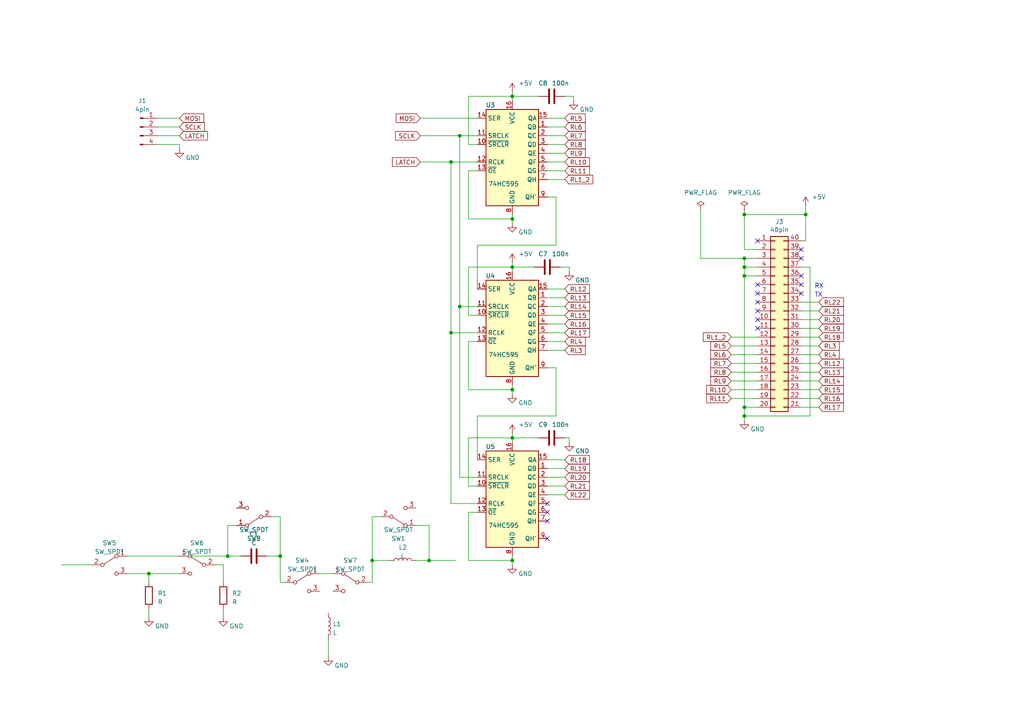
<source format=kicad_sch>
(kicad_sch (version 20230121) (generator eeschema)
  (paper "A4")
  (lib_symbols
    (symbol "74xx:74HC595"
      (property "Reference" "U" (at -7.62 13.97 0))
      (property "Value" "74HC595" (at -7.62 -16.51 0))
      (symbol "74HC595_1_0"
        (pin tri_state line (at 10.16 7.62 180) (length 2.54) (name "QB") (number "1"))
        (pin input line (at -10.16 2.54 0) (length 2.54) (name "~{SRCLR}") (number "10"))
        (pin input line (at -10.16 5.08 0) (length 2.54) (name "SRCLK") (number "11"))
        (pin input line (at -10.16 -2.54 0) (length 2.54) (name "RCLK") (number "12"))
        (pin input line (at -10.16 -5.08 0) (length 2.54) (name "~{OE}") (number "13"))
        (pin input line (at -10.16 10.16 0) (length 2.54) (name "SER") (number "14"))
        (pin tri_state line (at 10.16 10.16 180) (length 2.54) (name "QA") (number "15"))
        (pin power_in line (at 0 15.24 270) (length 2.54) (name "VCC") (number "16"))
        (pin tri_state line (at 10.16 5.08 180) (length 2.54) (name "QC") (number "2"))
        (pin tri_state line (at 10.16 2.54 180) (length 2.54) (name "QD") (number "3"))
        (pin tri_state line (at 10.16 0 180) (length 2.54) (name "QE") (number "4"))
        (pin tri_state line (at 10.16 -2.54 180) (length 2.54) (name "QF") (number "5"))
        (pin tri_state line (at 10.16 -5.08 180) (length 2.54) (name "QG") (number "6"))
        (pin tri_state line (at 10.16 -7.62 180) (length 2.54) (name "QH") (number "7"))
        (pin power_in line (at 0 -17.78 90) (length 2.54) (name "GND") (number "8"))
        (pin output line (at 10.16 -12.7 180) (length 2.54) (name "QH'") (number "9"))
      )
      (symbol "74HC595_1_1"
        (rectangle (start -7.62 12.7) (end 7.62 -15.24) (stroke (width 0.254)) (fill (type background)))
      )
    )
    (symbol "Connector:Conn_01x04_Male" (pin_names (offset 1.016) hide)
      (property "Reference" "J" (at 0 5.08 0))
      (property "Value" "Conn_01x04_Male" (at 0 -7.62 0))
      (symbol "Conn_01x04_Male_1_1"
        (polyline (pts (xy 1.27 -5.08) (xy 0.8636 -5.08)) (stroke (width 0.1524)))
        (polyline (pts (xy 1.27 -2.54) (xy 0.8636 -2.54)) (stroke (width 0.1524)))
        (polyline (pts (xy 1.27 0) (xy 0.8636 0)) (stroke (width 0.1524)))
        (polyline (pts (xy 1.27 2.54) (xy 0.8636 2.54)) (stroke (width 0.1524)))
        (rectangle (start 0.8636 -4.953) (end 0 -5.207) (stroke (width 0.1524)) (fill (type outline)))
        (rectangle (start 0.8636 -2.413) (end 0 -2.667) (stroke (width 0.1524)) (fill (type outline)))
        (rectangle (start 0.8636 0.127) (end 0 -0.127) (stroke (width 0.1524)) (fill (type outline)))
        (rectangle (start 0.8636 2.667) (end 0 2.413) (stroke (width 0.1524)) (fill (type outline)))
        (pin passive line (at 5.08 2.54 180) (length 3.81) (name "Pin_1") (number "1"))
        (pin passive line (at 5.08 0 180) (length 3.81) (name "Pin_2") (number "2"))
        (pin passive line (at 5.08 -2.54 180) (length 3.81) (name "Pin_3") (number "3"))
        (pin passive line (at 5.08 -5.08 180) (length 3.81) (name "Pin_4") (number "4"))
      )
    )
    (symbol "Connector_Generic:Conn_02x20_Counter_Clockwise" (pin_names (offset 1.016) hide)
      (property "Reference" "J" (at 1.27 25.4 0))
      (property "Value" "Conn_02x20_Counter_Clockwise" (at 1.27 -27.94 0))
      (symbol "Conn_02x20_Counter_Clockwise_1_1"
        (rectangle (start -1.27 -25.273) (end 0 -25.527) (stroke (width 0.1524)))
        (rectangle (start -1.27 -22.733) (end 0 -22.987) (stroke (width 0.1524)))
        (rectangle (start -1.27 -20.193) (end 0 -20.447) (stroke (width 0.1524)))
        (rectangle (start -1.27 -17.653) (end 0 -17.907) (stroke (width 0.1524)))
        (rectangle (start -1.27 -15.113) (end 0 -15.367) (stroke (width 0.1524)))
        (rectangle (start -1.27 -12.573) (end 0 -12.827) (stroke (width 0.1524)))
        (rectangle (start -1.27 -10.033) (end 0 -10.287) (stroke (width 0.1524)))
        (rectangle (start -1.27 -7.493) (end 0 -7.747) (stroke (width 0.1524)))
        (rectangle (start -1.27 -4.953) (end 0 -5.207) (stroke (width 0.1524)))
        (rectangle (start -1.27 -2.413) (end 0 -2.667) (stroke (width 0.1524)))
        (rectangle (start -1.27 0.127) (end 0 -0.127) (stroke (width 0.1524)))
        (rectangle (start -1.27 2.667) (end 0 2.413) (stroke (width 0.1524)))
        (rectangle (start -1.27 5.207) (end 0 4.953) (stroke (width 0.1524)))
        (rectangle (start -1.27 7.747) (end 0 7.493) (stroke (width 0.1524)))
        (rectangle (start -1.27 10.287) (end 0 10.033) (stroke (width 0.1524)))
        (rectangle (start -1.27 12.827) (end 0 12.573) (stroke (width 0.1524)))
        (rectangle (start -1.27 15.367) (end 0 15.113) (stroke (width 0.1524)))
        (rectangle (start -1.27 17.907) (end 0 17.653) (stroke (width 0.1524)))
        (rectangle (start -1.27 20.447) (end 0 20.193) (stroke (width 0.1524)))
        (rectangle (start -1.27 22.987) (end 0 22.733) (stroke (width 0.1524)))
        (rectangle (start -1.27 24.13) (end 3.81 -26.67) (stroke (width 0.254)) (fill (type background)))
        (rectangle (start 3.81 -25.273) (end 2.54 -25.527) (stroke (width 0.1524)))
        (rectangle (start 3.81 -22.733) (end 2.54 -22.987) (stroke (width 0.1524)))
        (rectangle (start 3.81 -20.193) (end 2.54 -20.447) (stroke (width 0.1524)))
        (rectangle (start 3.81 -17.653) (end 2.54 -17.907) (stroke (width 0.1524)))
        (rectangle (start 3.81 -15.113) (end 2.54 -15.367) (stroke (width 0.1524)))
        (rectangle (start 3.81 -12.573) (end 2.54 -12.827) (stroke (width 0.1524)))
        (rectangle (start 3.81 -10.033) (end 2.54 -10.287) (stroke (width 0.1524)))
        (rectangle (start 3.81 -7.493) (end 2.54 -7.747) (stroke (width 0.1524)))
        (rectangle (start 3.81 -4.953) (end 2.54 -5.207) (stroke (width 0.1524)))
        (rectangle (start 3.81 -2.413) (end 2.54 -2.667) (stroke (width 0.1524)))
        (rectangle (start 3.81 0.127) (end 2.54 -0.127) (stroke (width 0.1524)))
        (rectangle (start 3.81 2.667) (end 2.54 2.413) (stroke (width 0.1524)))
        (rectangle (start 3.81 5.207) (end 2.54 4.953) (stroke (width 0.1524)))
        (rectangle (start 3.81 7.747) (end 2.54 7.493) (stroke (width 0.1524)))
        (rectangle (start 3.81 10.287) (end 2.54 10.033) (stroke (width 0.1524)))
        (rectangle (start 3.81 12.827) (end 2.54 12.573) (stroke (width 0.1524)))
        (rectangle (start 3.81 15.367) (end 2.54 15.113) (stroke (width 0.1524)))
        (rectangle (start 3.81 17.907) (end 2.54 17.653) (stroke (width 0.1524)))
        (rectangle (start 3.81 20.447) (end 2.54 20.193) (stroke (width 0.1524)))
        (rectangle (start 3.81 22.987) (end 2.54 22.733) (stroke (width 0.1524)))
        (pin passive line (at -5.08 22.86 0) (length 3.81) (name "Pin_1") (number "1"))
        (pin passive line (at -5.08 0 0) (length 3.81) (name "Pin_10") (number "10"))
        (pin passive line (at -5.08 -2.54 0) (length 3.81) (name "Pin_11") (number "11"))
        (pin passive line (at -5.08 -5.08 0) (length 3.81) (name "Pin_12") (number "12"))
        (pin passive line (at -5.08 -7.62 0) (length 3.81) (name "Pin_13") (number "13"))
        (pin passive line (at -5.08 -10.16 0) (length 3.81) (name "Pin_14") (number "14"))
        (pin passive line (at -5.08 -12.7 0) (length 3.81) (name "Pin_15") (number "15"))
        (pin passive line (at -5.08 -15.24 0) (length 3.81) (name "Pin_16") (number "16"))
        (pin passive line (at -5.08 -17.78 0) (length 3.81) (name "Pin_17") (number "17"))
        (pin passive line (at -5.08 -20.32 0) (length 3.81) (name "Pin_18") (number "18"))
        (pin passive line (at -5.08 -22.86 0) (length 3.81) (name "Pin_19") (number "19"))
        (pin passive line (at -5.08 20.32 0) (length 3.81) (name "Pin_2") (number "2"))
        (pin passive line (at -5.08 -25.4 0) (length 3.81) (name "Pin_20") (number "20"))
        (pin passive line (at 7.62 -25.4 180) (length 3.81) (name "Pin_21") (number "21"))
        (pin passive line (at 7.62 -22.86 180) (length 3.81) (name "Pin_22") (number "22"))
        (pin passive line (at 7.62 -20.32 180) (length 3.81) (name "Pin_23") (number "23"))
        (pin passive line (at 7.62 -17.78 180) (length 3.81) (name "Pin_24") (number "24"))
        (pin passive line (at 7.62 -15.24 180) (length 3.81) (name "Pin_25") (number "25"))
        (pin passive line (at 7.62 -12.7 180) (length 3.81) (name "Pin_26") (number "26"))
        (pin passive line (at 7.62 -10.16 180) (length 3.81) (name "Pin_27") (number "27"))
        (pin passive line (at 7.62 -7.62 180) (length 3.81) (name "Pin_28") (number "28"))
        (pin passive line (at 7.62 -5.08 180) (length 3.81) (name "Pin_29") (number "29"))
        (pin passive line (at -5.08 17.78 0) (length 3.81) (name "Pin_3") (number "3"))
        (pin passive line (at 7.62 -2.54 180) (length 3.81) (name "Pin_30") (number "30"))
        (pin passive line (at 7.62 0 180) (length 3.81) (name "Pin_31") (number "31"))
        (pin passive line (at 7.62 2.54 180) (length 3.81) (name "Pin_32") (number "32"))
        (pin passive line (at 7.62 5.08 180) (length 3.81) (name "Pin_33") (number "33"))
        (pin passive line (at 7.62 7.62 180) (length 3.81) (name "Pin_34") (number "34"))
        (pin passive line (at 7.62 10.16 180) (length 3.81) (name "Pin_35") (number "35"))
        (pin passive line (at 7.62 12.7 180) (length 3.81) (name "Pin_36") (number "36"))
        (pin passive line (at 7.62 15.24 180) (length 3.81) (name "Pin_37") (number "37"))
        (pin passive line (at 7.62 17.78 180) (length 3.81) (name "Pin_38") (number "38"))
        (pin passive line (at 7.62 20.32 180) (length 3.81) (name "Pin_39") (number "39"))
        (pin passive line (at -5.08 15.24 0) (length 3.81) (name "Pin_4") (number "4"))
        (pin passive line (at 7.62 22.86 180) (length 3.81) (name "Pin_40") (number "40"))
        (pin passive line (at -5.08 12.7 0) (length 3.81) (name "Pin_5") (number "5"))
        (pin passive line (at -5.08 10.16 0) (length 3.81) (name "Pin_6") (number "6"))
        (pin passive line (at -5.08 7.62 0) (length 3.81) (name "Pin_7") (number "7"))
        (pin passive line (at -5.08 5.08 0) (length 3.81) (name "Pin_8") (number "8"))
        (pin passive line (at -5.08 2.54 0) (length 3.81) (name "Pin_9") (number "9"))
      )
    )
    (symbol "Device:C" (pin_numbers hide) (pin_names (offset 0.254))
      (property "Reference" "C" (at 0.635 2.54 0))
      (property "Value" "C" (at 0.635 -2.54 0))
      (symbol "C_0_1"
        (polyline (pts (xy -2.032 -0.762) (xy 2.032 -0.762)) (stroke (width 0.508)))
        (polyline (pts (xy -2.032 0.762) (xy 2.032 0.762)) (stroke (width 0.508)))
      )
      (symbol "C_1_1"
        (pin passive line (at 0 3.81 270) (length 2.794) (name "~") (number "1"))
        (pin passive line (at 0 -3.81 90) (length 2.794) (name "~") (number "2"))
      )
    )
    (symbol "Device:L" (pin_numbers hide) (pin_names (offset 1.016) hide)
      (property "Reference" "L" (at -1.27 0 90))
      (property "Value" "L" (at 1.905 0 90))
      (symbol "L_0_1"
        (arc (start 0 -2.54) (mid 0.6323 -1.905) (end 0 -1.27))
        (arc (start 0 -1.27) (mid 0.6323 -0.635) (end 0 0))
        (arc (start 0 0) (mid 0.6323 0.635) (end 0 1.27))
        (arc (start 0 1.27) (mid 0.6323 1.905) (end 0 2.54))
      )
      (symbol "L_1_1"
        (pin passive line (at 0 3.81 270) (length 1.27) (name "1") (number "1"))
        (pin passive line (at 0 -3.81 90) (length 1.27) (name "2") (number "2"))
      )
    )
    (symbol "Device:R" (pin_numbers hide) (pin_names (offset 0))
      (property "Reference" "R" (at 2.032 0 90))
      (property "Value" "R" (at 0 0 90))
      (symbol "R_0_1"
        (rectangle (start -1.016 -2.54) (end 1.016 2.54) (stroke (width 0.254)))
      )
      (symbol "R_1_1"
        (pin passive line (at 0 3.81 270) (length 1.27) (name "~") (number "1"))
        (pin passive line (at 0 -3.81 90) (length 1.27) (name "~") (number "2"))
      )
    )
    (symbol "Switch:SW_SPDT" (pin_names (offset 0) hide)
      (property "Reference" "SW" (at 0 4.318 0))
      (property "Value" "SW_SPDT" (at 0 -5.08 0))
      (symbol "SW_SPDT_0_0"
        (circle (center -2.032 0) (radius 0.508))
        (circle (center 2.032 -2.54) (radius 0.508))
      )
      (symbol "SW_SPDT_0_1"
        (polyline (pts (xy -1.524 0.254) (xy 1.651 2.286)))
        (circle (center 2.032 2.54) (radius 0.508))
      )
      (symbol "SW_SPDT_1_1"
        (pin passive line (at 5.08 2.54 180) (length 2.54) (name "A") (number "1"))
        (pin passive line (at -5.08 0 0) (length 2.54) (name "B") (number "2"))
        (pin passive line (at 5.08 -2.54 180) (length 2.54) (name "C") (number "3"))
      )
    )
    (symbol "power:+5V" (power) (pin_names (offset 0))
      (property "Value" "+5V" (at 0 3.556 0))
      (symbol "+5V_0_1"
        (polyline (pts (xy -0.762 1.27) (xy 0 2.54)))
        (polyline (pts (xy 0 0) (xy 0 2.54)))
        (polyline (pts (xy 0 2.54) (xy 0.762 1.27)))
      )
      (symbol "+5V_1_1"
        (pin power_in line (at 0 0 90) (length 0) hide (name "+5V") (number "1"))
      )
    )
    (symbol "power:GND" (power) (pin_names (offset 0))
      (property "Value" "GND" (at 0 -3.81 0))
      (symbol "GND_0_1"
        (polyline (pts (xy 0 0) (xy 0 -1.27) (xy 1.27 -1.27) (xy 0 -2.54) (xy -1.27 -1.27) (xy 0 -1.27)))
      )
      (symbol "GND_1_1"
        (pin power_in line (at 0 0 270) (length 0) hide (name "GND") (number "1"))
      )
    )
    (symbol "power:PWR_FLAG" (power) (pin_numbers hide) (pin_names (offset 0) hide)
      (property "Value" "PWR_FLAG" (at 0 3.81 0))
      (symbol "PWR_FLAG_0_0"
        (pin power_out line (at 0 0 90) (length 0) (name "pwr") (number "1"))
      )
      (symbol "PWR_FLAG_0_1"
        (polyline (pts (xy 0 0) (xy 0 1.27) (xy -1.016 1.905) (xy 0 2.54) (xy 1.016 1.905) (xy 0 1.27)))
      )
    )
  )
  (junction (at 148.59 113.03))
  (junction (at 215.9 118.11))
  (junction (at 148.59 27.94))
  (junction (at 124.46 162.56))
  (junction (at 215.9 80.01))
  (junction (at 215.9 120.65))
  (junction (at 133.35 88.9))
  (junction (at 148.59 127))
  (junction (at 130.81 96.52))
  (junction (at 148.59 77.47))
  (junction (at 215.9 77.47))
  (junction (at 107.95 162.56))
  (junction (at 130.81 46.99))
  (junction (at 66.04 161.29))
  (junction (at 133.35 39.37))
  (junction (at 81.28 161.29))
  (junction (at 148.59 63.5))
  (junction (at 43.18 166.37))
  (junction (at 148.59 162.56))
  (junction (at 215.9 62.23))
  (junction (at 233.68 62.23))
  (junction (at 215.9 74.93))
  (no_connect (at 158.75 151.13))
  (no_connect (at 158.75 146.05))
  (no_connect (at 158.75 156.21))
  (no_connect (at 232.41 85.09))
  (no_connect (at 232.41 82.55))
  (no_connect (at 158.75 148.59))
  (no_connect (at 232.41 74.93))
  (no_connect (at 219.71 87.63))
  (no_connect (at 219.71 90.17))
  (no_connect (at 219.71 92.71))
  (no_connect (at 219.71 95.25))
  (no_connect (at 219.71 85.09))
  (no_connect (at 219.71 69.85))
  (no_connect (at 232.41 72.39))
  (no_connect (at 219.71 82.55))
  (no_connect (at 232.41 80.01))
  (wire (pts (xy 64.77 176.53) (xy 64.77 179.07)))
  (wire (pts (xy 43.18 166.37) (xy 43.18 168.91)))
  (wire (pts (xy 106.68 168.91) (xy 107.95 168.91)))
  (wire (pts (xy 138.43 91.44) (xy 135.89 91.44)))
  (wire (pts (xy 215.9 80.01) (xy 219.71 80.01)))
  (wire (pts (xy 158.75 52.07) (xy 163.83 52.07)))
  (wire (pts (xy 138.43 41.91) (xy 135.89 41.91)))
  (wire (pts (xy 138.43 83.82) (xy 138.43 71.12)))
  (wire (pts (xy 138.43 46.99) (xy 130.81 46.99)))
  (wire (pts (xy 215.9 121.92) (xy 215.9 120.65)))
  (wire (pts (xy 215.9 77.47) (xy 215.9 74.93)))
  (wire (pts (xy 124.46 152.4) (xy 124.46 162.56)))
  (wire (pts (xy 212.09 110.49) (xy 219.71 110.49)))
  (wire (pts (xy 138.43 49.53) (xy 135.89 49.53)))
  (wire (pts (xy 161.29 106.68) (xy 161.29 120.65)))
  (wire (pts (xy 161.29 57.15) (xy 161.29 71.12)))
  (wire (pts (xy 138.43 71.12) (xy 161.29 71.12)))
  (wire (pts (xy 215.9 120.65) (xy 215.9 118.11)))
  (wire (pts (xy 135.89 77.47) (xy 148.59 77.47)))
  (wire (pts (xy 203.2 60.96) (xy 203.2 74.93)))
  (wire (pts (xy 138.43 99.06) (xy 135.89 99.06)))
  (wire (pts (xy 135.89 162.56) (xy 148.59 162.56)))
  (wire (pts (xy 135.89 41.91) (xy 135.89 27.94)))
  (wire (pts (xy 135.89 127) (xy 148.59 127)))
  (wire (pts (xy 212.09 107.95) (xy 219.71 107.95)))
  (wire (pts (xy 66.04 152.4) (xy 66.04 161.29)))
  (wire (pts (xy 165.1 127) (xy 165.1 128.27)))
  (wire (pts (xy 158.75 34.29) (xy 163.83 34.29)))
  (wire (pts (xy 45.72 36.83) (xy 52.07 36.83)))
  (wire (pts (xy 45.72 39.37) (xy 52.07 39.37)))
  (wire (pts (xy 148.59 163.83) (xy 148.59 162.56)))
  (wire (pts (xy 45.72 34.29) (xy 52.07 34.29)))
  (wire (pts (xy 135.89 27.94) (xy 148.59 27.94)))
  (wire (pts (xy 148.59 114.3) (xy 148.59 113.03)))
  (wire (pts (xy 148.59 127) (xy 148.59 125.73)))
  (wire (pts (xy 158.75 143.51) (xy 163.83 143.51)))
  (wire (pts (xy 158.75 83.82) (xy 163.83 83.82)))
  (wire (pts (xy 130.81 46.99) (xy 130.81 96.52)))
  (wire (pts (xy 135.89 99.06) (xy 135.89 113.03)))
  (wire (pts (xy 138.43 133.35) (xy 138.43 120.65)))
  (wire (pts (xy 215.9 77.47) (xy 219.71 77.47)))
  (wire (pts (xy 215.9 72.39) (xy 219.71 72.39)))
  (wire (pts (xy 138.43 39.37) (xy 133.35 39.37)))
  (wire (pts (xy 62.23 163.83) (xy 64.77 163.83)))
  (wire (pts (xy 133.35 88.9) (xy 133.35 39.37)))
  (wire (pts (xy 52.07 41.91) (xy 52.07 43.18)))
  (wire (pts (xy 54.61 161.29) (xy 66.04 161.29)))
  (wire (pts (xy 163.83 127) (xy 165.1 127)))
  (wire (pts (xy 148.59 77.47) (xy 148.59 76.2)))
  (wire (pts (xy 68.58 152.4) (xy 66.04 152.4)))
  (wire (pts (xy 158.75 99.06) (xy 163.83 99.06)))
  (wire (pts (xy 138.43 148.59) (xy 135.89 148.59)))
  (wire (pts (xy 138.43 120.65) (xy 161.29 120.65)))
  (wire (pts (xy 232.41 90.17) (xy 237.49 90.17)))
  (wire (pts (xy 158.75 96.52) (xy 163.83 96.52)))
  (wire (pts (xy 158.75 133.35) (xy 163.83 133.35)))
  (wire (pts (xy 158.75 86.36) (xy 163.83 86.36)))
  (wire (pts (xy 148.59 162.56) (xy 148.59 161.29)))
  (wire (pts (xy 232.41 100.33) (xy 237.49 100.33)))
  (wire (pts (xy 212.09 105.41) (xy 219.71 105.41)))
  (wire (pts (xy 148.59 29.21) (xy 148.59 27.94)))
  (wire (pts (xy 158.75 39.37) (xy 163.83 39.37)))
  (wire (pts (xy 215.9 72.39) (xy 215.9 62.23)))
  (wire (pts (xy 158.75 93.98) (xy 163.83 93.98)))
  (wire (pts (xy 66.04 161.29) (xy 69.85 161.29)))
  (wire (pts (xy 158.75 44.45) (xy 163.83 44.45)))
  (wire (pts (xy 158.75 101.6) (xy 163.83 101.6)))
  (wire (pts (xy 110.49 149.86) (xy 107.95 149.86)))
  (wire (pts (xy 215.9 74.93) (xy 219.71 74.93)))
  (wire (pts (xy 232.41 113.03) (xy 237.49 113.03)))
  (wire (pts (xy 166.37 27.94) (xy 166.37 29.21)))
  (wire (pts (xy 158.75 106.68) (xy 161.29 106.68)))
  (wire (pts (xy 212.09 113.03) (xy 219.71 113.03)))
  (wire (pts (xy 233.68 59.69) (xy 233.68 62.23)))
  (wire (pts (xy 64.77 163.83) (xy 64.77 168.91)))
  (wire (pts (xy 130.81 146.05) (xy 138.43 146.05)))
  (wire (pts (xy 124.46 162.56) (xy 132.08 162.56)))
  (wire (pts (xy 17.78 163.83) (xy 26.67 163.83)))
  (wire (pts (xy 158.75 138.43) (xy 163.83 138.43)))
  (wire (pts (xy 45.72 41.91) (xy 52.07 41.91)))
  (wire (pts (xy 81.28 161.29) (xy 81.28 149.86)))
  (wire (pts (xy 36.83 161.29) (xy 52.07 161.29)))
  (wire (pts (xy 148.59 77.47) (xy 154.94 77.47)))
  (wire (pts (xy 232.41 77.47) (xy 234.95 77.47)))
  (wire (pts (xy 215.9 80.01) (xy 215.9 77.47)))
  (wire (pts (xy 135.89 148.59) (xy 135.89 162.56)))
  (wire (pts (xy 148.59 63.5) (xy 148.59 62.23)))
  (wire (pts (xy 212.09 97.79) (xy 219.71 97.79)))
  (wire (pts (xy 135.89 91.44) (xy 135.89 77.47)))
  (wire (pts (xy 121.92 34.29) (xy 138.43 34.29)))
  (wire (pts (xy 163.83 27.94) (xy 166.37 27.94)))
  (wire (pts (xy 232.41 102.87) (xy 237.49 102.87)))
  (wire (pts (xy 232.41 118.11) (xy 237.49 118.11)))
  (wire (pts (xy 158.75 41.91) (xy 163.83 41.91)))
  (wire (pts (xy 148.59 113.03) (xy 148.59 111.76)))
  (wire (pts (xy 133.35 39.37) (xy 121.92 39.37)))
  (wire (pts (xy 148.59 64.77) (xy 148.59 63.5)))
  (wire (pts (xy 232.41 107.95) (xy 237.49 107.95)))
  (wire (pts (xy 232.41 69.85) (xy 233.68 69.85)))
  (wire (pts (xy 212.09 115.57) (xy 219.71 115.57)))
  (wire (pts (xy 138.43 140.97) (xy 135.89 140.97)))
  (wire (pts (xy 138.43 88.9) (xy 133.35 88.9)))
  (wire (pts (xy 95.25 185.42) (xy 95.25 190.5)))
  (wire (pts (xy 162.56 77.47) (xy 165.1 77.47)))
  (wire (pts (xy 232.41 87.63) (xy 237.49 87.63)))
  (wire (pts (xy 212.09 100.33) (xy 219.71 100.33)))
  (wire (pts (xy 158.75 135.89) (xy 163.83 135.89)))
  (wire (pts (xy 158.75 36.83) (xy 163.83 36.83)))
  (wire (pts (xy 215.9 120.65) (xy 234.95 120.65)))
  (wire (pts (xy 232.41 115.57) (xy 237.49 115.57)))
  (wire (pts (xy 120.65 162.56) (xy 124.46 162.56)))
  (wire (pts (xy 215.9 118.11) (xy 219.71 118.11)))
  (wire (pts (xy 81.28 149.86) (xy 78.74 149.86)))
  (wire (pts (xy 130.81 46.99) (xy 121.92 46.99)))
  (wire (pts (xy 232.41 92.71) (xy 237.49 92.71)))
  (wire (pts (xy 215.9 118.11) (xy 215.9 80.01)))
  (wire (pts (xy 148.59 78.74) (xy 148.59 77.47)))
  (wire (pts (xy 158.75 57.15) (xy 161.29 57.15)))
  (wire (pts (xy 133.35 88.9) (xy 133.35 138.43)))
  (wire (pts (xy 148.59 128.27) (xy 148.59 127)))
  (wire (pts (xy 233.68 62.23) (xy 233.68 69.85)))
  (wire (pts (xy 232.41 97.79) (xy 237.49 97.79)))
  (wire (pts (xy 165.1 77.47) (xy 165.1 78.74)))
  (wire (pts (xy 120.65 152.4) (xy 124.46 152.4)))
  (wire (pts (xy 158.75 91.44) (xy 163.83 91.44)))
  (wire (pts (xy 234.95 77.47) (xy 234.95 120.65)))
  (wire (pts (xy 107.95 162.56) (xy 113.03 162.56)))
  (wire (pts (xy 81.28 168.91) (xy 81.28 161.29)))
  (wire (pts (xy 135.89 63.5) (xy 148.59 63.5)))
  (wire (pts (xy 232.41 105.41) (xy 237.49 105.41)))
  (wire (pts (xy 215.9 62.23) (xy 233.68 62.23)))
  (wire (pts (xy 203.2 74.93) (xy 215.9 74.93)))
  (wire (pts (xy 135.89 113.03) (xy 148.59 113.03)))
  (wire (pts (xy 135.89 140.97) (xy 135.89 127)))
  (wire (pts (xy 212.09 102.87) (xy 219.71 102.87)))
  (wire (pts (xy 158.75 140.97) (xy 163.83 140.97)))
  (wire (pts (xy 215.9 60.96) (xy 215.9 62.23)))
  (wire (pts (xy 232.41 110.49) (xy 237.49 110.49)))
  (wire (pts (xy 158.75 46.99) (xy 163.83 46.99)))
  (wire (pts (xy 158.75 49.53) (xy 163.83 49.53)))
  (wire (pts (xy 43.18 166.37) (xy 52.07 166.37)))
  (wire (pts (xy 148.59 27.94) (xy 156.21 27.94)))
  (wire (pts (xy 158.75 88.9) (xy 163.83 88.9)))
  (wire (pts (xy 92.71 166.37) (xy 96.52 166.37)))
  (wire (pts (xy 148.59 127) (xy 156.21 127)))
  (wire (pts (xy 107.95 168.91) (xy 107.95 162.56)))
  (wire (pts (xy 133.35 138.43) (xy 138.43 138.43)))
  (wire (pts (xy 107.95 149.86) (xy 107.95 162.56)))
  (wire (pts (xy 232.41 95.25) (xy 237.49 95.25)))
  (wire (pts (xy 77.47 161.29) (xy 81.28 161.29)))
  (wire (pts (xy 43.18 176.53) (xy 43.18 179.07)))
  (wire (pts (xy 130.81 96.52) (xy 138.43 96.52)))
  (wire (pts (xy 82.55 168.91) (xy 81.28 168.91)))
  (wire (pts (xy 148.59 27.94) (xy 148.59 26.67)))
  (wire (pts (xy 36.83 166.37) (xy 43.18 166.37)))
  (wire (pts (xy 130.81 96.52) (xy 130.81 146.05)))
  (wire (pts (xy 135.89 49.53) (xy 135.89 63.5)))
  (text "RX" (at 236.22 83.82 0) (effects (font (size 1.27 1.27)) (justify left bottom)))
  (text "TX" (at 236.22 86.36 0) (effects (font (size 1.27 1.27)) (justify left bottom)))
  (global_label "RL13" (shape input) (at 163.83 86.36 0) (property "Intersheetrefs" "${INTERSHEET_REFS}" (effects hide)))
  (global_label "RL4" (shape input) (at 237.49 102.87 0) (property "Intersheetrefs" "${INTERSHEET_REFS}" (effects hide)))
  (global_label "RL8" (shape input) (at 212.09 107.95 180) (property "Intersheetrefs" "${INTERSHEET_REFS}" (effects hide)))
  (global_label "RL21" (shape input) (at 163.83 140.97 0) (property "Intersheetrefs" "${INTERSHEET_REFS}" (effects hide)))
  (global_label "RL11" (shape input) (at 163.83 49.53 0) (property "Intersheetrefs" "${INTERSHEET_REFS}" (effects hide)))
  (global_label "RL9" (shape input) (at 163.83 44.45 0) (property "Intersheetrefs" "${INTERSHEET_REFS}" (effects hide)))
  (global_label "RL16" (shape input) (at 163.83 93.98 0) (property "Intersheetrefs" "${INTERSHEET_REFS}" (effects hide)))
  (global_label "RL6" (shape input) (at 163.83 36.83 0) (property "Intersheetrefs" "${INTERSHEET_REFS}" (effects hide)))
  (global_label "LATCH" (shape input) (at 52.07 39.37 0) (property "Intersheetrefs" "${INTERSHEET_REFS}" (effects hide)))
  (global_label "RL19" (shape input) (at 163.83 135.89 0) (property "Intersheetrefs" "${INTERSHEET_REFS}" (effects hide)))
  (global_label "RL3" (shape input) (at 163.83 101.6 0) (property "Intersheetrefs" "${INTERSHEET_REFS}" (effects hide)))
  (global_label "RL1_2" (shape input) (at 163.83 52.07 0) (property "Intersheetrefs" "${INTERSHEET_REFS}" (effects hide)))
  (global_label "RL7" (shape input) (at 163.83 39.37 0) (property "Intersheetrefs" "${INTERSHEET_REFS}" (effects hide)))
  (global_label "RL11" (shape input) (at 212.09 115.57 180) (property "Intersheetrefs" "${INTERSHEET_REFS}" (effects hide)))
  (global_label "RL12" (shape input) (at 237.49 105.41 0) (property "Intersheetrefs" "${INTERSHEET_REFS}" (effects hide)))
  (global_label "SCLK" (shape input) (at 52.07 36.83 0) (property "Intersheetrefs" "${INTERSHEET_REFS}" (effects hide)))
  (global_label "RL10" (shape input) (at 212.09 113.03 180) (property "Intersheetrefs" "${INTERSHEET_REFS}" (effects hide)))
  (global_label "MOSI" (shape input) (at 52.07 34.29 0) (property "Intersheetrefs" "${INTERSHEET_REFS}" (effects hide)))
  (global_label "RL18" (shape input) (at 237.49 97.79 0) (property "Intersheetrefs" "${INTERSHEET_REFS}" (effects hide)))
  (global_label "RL6" (shape input) (at 212.09 102.87 180) (property "Intersheetrefs" "${INTERSHEET_REFS}" (effects hide)))
  (global_label "RL22" (shape input) (at 163.83 143.51 0) (property "Intersheetrefs" "${INTERSHEET_REFS}" (effects hide)))
  (global_label "RL21" (shape input) (at 237.49 90.17 0) (property "Intersheetrefs" "${INTERSHEET_REFS}" (effects hide)))
  (global_label "RL22" (shape input) (at 237.49 87.63 0) (property "Intersheetrefs" "${INTERSHEET_REFS}" (effects hide)))
  (global_label "RL19" (shape input) (at 237.49 95.25 0) (property "Intersheetrefs" "${INTERSHEET_REFS}" (effects hide)))
  (global_label "MOSI" (shape input) (at 121.92 34.29 180) (property "Intersheetrefs" "${INTERSHEET_REFS}" (effects hide)))
  (global_label "RL8" (shape input) (at 163.83 41.91 0) (property "Intersheetrefs" "${INTERSHEET_REFS}" (effects hide)))
  (global_label "RL7" (shape input) (at 212.09 105.41 180) (property "Intersheetrefs" "${INTERSHEET_REFS}" (effects hide)))
  (global_label "RL15" (shape input) (at 163.83 91.44 0) (property "Intersheetrefs" "${INTERSHEET_REFS}" (effects hide)))
  (global_label "RL10" (shape input) (at 163.83 46.99 0) (property "Intersheetrefs" "${INTERSHEET_REFS}" (effects hide)))
  (global_label "RL13" (shape input) (at 237.49 107.95 0) (property "Intersheetrefs" "${INTERSHEET_REFS}" (effects hide)))
  (global_label "RL14" (shape input) (at 237.49 110.49 0) (property "Intersheetrefs" "${INTERSHEET_REFS}" (effects hide)))
  (global_label "RL3" (shape input) (at 237.49 100.33 0) (property "Intersheetrefs" "${INTERSHEET_REFS}" (effects hide)))
  (global_label "RL1_2" (shape input) (at 212.09 97.79 180) (property "Intersheetrefs" "${INTERSHEET_REFS}" (effects hide)))
  (global_label "RL5" (shape input) (at 212.09 100.33 180) (property "Intersheetrefs" "${INTERSHEET_REFS}" (effects hide)))
  (global_label "SCLK" (shape input) (at 121.92 39.37 180) (property "Intersheetrefs" "${INTERSHEET_REFS}" (effects hide)))
  (global_label "RL16" (shape input) (at 237.49 115.57 0) (property "Intersheetrefs" "${INTERSHEET_REFS}" (effects hide)))
  (global_label "RL14" (shape input) (at 163.83 88.9 0) (property "Intersheetrefs" "${INTERSHEET_REFS}" (effects hide)))
  (global_label "RL17" (shape input) (at 237.49 118.11 0) (property "Intersheetrefs" "${INTERSHEET_REFS}" (effects hide)))
  (global_label "LATCH" (shape input) (at 121.92 46.99 180) (property "Intersheetrefs" "${INTERSHEET_REFS}" (effects hide)))
  (global_label "RL20" (shape input) (at 237.49 92.71 0) (property "Intersheetrefs" "${INTERSHEET_REFS}" (effects hide)))
  (global_label "RL5" (shape input) (at 163.83 34.29 0) (property "Intersheetrefs" "${INTERSHEET_REFS}" (effects hide)))
  (global_label "RL15" (shape input) (at 237.49 113.03 0) (property "Intersheetrefs" "${INTERSHEET_REFS}" (effects hide)))
  (global_label "RL4" (shape input) (at 163.83 99.06 0) (property "Intersheetrefs" "${INTERSHEET_REFS}" (effects hide)))
  (global_label "RL12" (shape input) (at 163.83 83.82 0) (property "Intersheetrefs" "${INTERSHEET_REFS}" (effects hide)))
  (global_label "RL17" (shape input) (at 163.83 96.52 0) (property "Intersheetrefs" "${INTERSHEET_REFS}" (effects hide)))
  (global_label "RL20" (shape input) (at 163.83 138.43 0) (property "Intersheetrefs" "${INTERSHEET_REFS}" (effects hide)))
  (global_label "RL18" (shape input) (at 163.83 133.35 0) (property "Intersheetrefs" "${INTERSHEET_REFS}" (effects hide)))
  (global_label "RL9" (shape input) (at 212.09 110.49 180) (property "Intersheetrefs" "${INTERSHEET_REFS}" (effects hide)))
  (symbol (lib_id "74xx:74HC595") (at 148.59 93.98 0) (unit 1)
    (property "Reference" "U4" (at 142.24 80.01 0))
    (property "Value" "74HC595" (at 146.05 102.87 0))
    (property "Footprint" "Package_SO:SO-16_5.3x10.2mm_P1.27mm" (effects hide))
    (property "Datasheet" "http://www.ti.com/lit/ds/symlink/sn74hc595.pdf" (effects hide))
  )
  (symbol (lib_id "power:GND") (at 148.59 114.3 0) (unit 1)
    (property "Reference" "#PWR012" (effects hide))
    (property "Value" "GND" (at 152.4 116.84 0))
  )
  (symbol (lib_id "power:+5V") (at 148.59 76.2 0) (unit 1)
    (property "Reference" "#PWR011" (effects hide))
    (property "Value" "+5V" (at 152.4 73.66 0))
  )
  (symbol (lib_id "74xx:74HC595") (at 148.59 143.51 0) (unit 1)
    (property "Reference" "U5" (at 142.24 129.54 0))
    (property "Value" "74HC595" (at 146.05 152.4 0))
    (property "Footprint" "Package_SO:SO-16_5.3x10.2mm_P1.27mm" (effects hide))
    (property "Datasheet" "http://www.ti.com/lit/ds/symlink/sn74hc595.pdf" (effects hide))
  )
  (symbol (lib_id "power:GND") (at 148.59 163.83 0) (unit 1)
    (property "Reference" "#PWR014" (effects hide))
    (property "Value" "GND" (at 152.4 166.37 0))
  )
  (symbol (lib_id "power:+5V") (at 148.59 125.73 0) (unit 1)
    (property "Reference" "#PWR013" (effects hide))
    (property "Value" "+5V" (at 152.4 123.19 0))
  )
  (symbol (lib_id "74xx:74HC595") (at 148.59 44.45 0) (unit 1)
    (property "Reference" "U3" (at 142.24 30.48 0))
    (property "Value" "74HC595" (at 146.05 53.34 0))
    (property "Footprint" "Package_SO:SO-16_5.3x10.2mm_P1.27mm" (effects hide))
    (property "Datasheet" "http://www.ti.com/lit/ds/symlink/sn74hc595.pdf" (effects hide))
  )
  (symbol (lib_id "power:GND") (at 148.59 64.77 0) (unit 1)
    (property "Reference" "#PWR010" (effects hide))
    (property "Value" "GND" (at 152.4 67.31 0))
  )
  (symbol (lib_id "power:+5V") (at 148.59 26.67 0) (unit 1)
    (property "Reference" "#PWR09" (effects hide))
    (property "Value" "+5V" (at 152.4 24.13 0))
  )
  (symbol (lib_id "Connector_Generic:Conn_02x20_Counter_Clockwise") (at 224.79 92.71 0) (unit 1)
    (property "Reference" "J3" (at 226.06 64.3382 0))
    (property "Value" "40pin" (at 226.06 66.6496 0))
    (property "Footprint" "Package_DIP:DIP-40_W15.24mm_Socket" (effects hide))
  )
  (symbol (lib_id "Switch:SW_SPDT") (at 87.63 168.91 0) (unit 1)
    (property "Reference" "SW4" (at 87.63 162.56 0))
    (property "Value" "SW_SPDT" (at 87.63 165.1 0))
  )
  (symbol (lib_id "Device:L") (at 95.25 181.61 0) (unit 1)
    (property "Reference" "L1" (at 96.52 180.975 0) (effects (justify left)))
    (property "Value" "L" (at 96.52 183.515 0) (effects (justify left)))
  )
  (symbol (lib_id "Device:R") (at 64.77 172.72 0) (unit 1)
    (property "Reference" "R2" (at 67.31 172.085 0) (effects (justify left)))
    (property "Value" "R" (at 67.31 174.625 0) (effects (justify left)))
  )
  (symbol (lib_id "Device:C") (at 160.02 127 90) (unit 1)
    (property "Reference" "C9" (at 157.48 123.19 90))
    (property "Value" "100n" (at 162.56 123.19 90))
    (property "Footprint" "Capacitor_SMD:C_0603_1608Metric_Pad1.08x0.95mm_HandSolder" (effects hide))
  )
  (symbol (lib_id "Device:L") (at 116.84 162.56 90) (unit 1)
    (property "Reference" "L2" (at 116.84 158.75 90))
    (property "Value" "L" (at 116.84 161.29 90))
  )
  (symbol (lib_id "power:PWR_FLAG") (at 215.9 60.96 0) (unit 1)
    (property "Reference" "#FLG0101" (effects hide))
    (property "Value" "PWR_FLAG" (at 215.9 55.88 0))
  )
  (symbol (lib_id "Switch:SW_SPDT") (at 115.57 149.86 0) (mirror x) (unit 1)
    (property "Reference" "SW1" (at 115.57 156.21 0))
    (property "Value" "SW_SPDT" (at 115.57 153.67 0))
  )
  (symbol (lib_id "power:GND") (at 165.1 78.74 0) (unit 1)
    (property "Reference" "#PWR015" (effects hide))
    (property "Value" "GND" (at 168.91 81.28 0))
  )
  (symbol (lib_id "power:PWR_FLAG") (at 203.2 60.96 0) (unit 1)
    (property "Reference" "#FLG0102" (effects hide))
    (property "Value" "PWR_FLAG" (at 203.2 55.88 0))
  )
  (symbol (lib_id "power:GND") (at 95.25 190.5 0) (unit 1)
    (property "Reference" "#PWR03" (effects hide))
    (property "Value" "GND" (at 99.06 193.04 0))
  )
  (symbol (lib_id "Switch:SW_SPDT") (at 101.6 168.91 0) (mirror y) (unit 1)
    (property "Reference" "SW7" (at 101.6 162.56 0))
    (property "Value" "SW_SPDT" (at 101.6 165.1 0))
  )
  (symbol (lib_id "Device:C") (at 73.66 161.29 90) (unit 1)
    (property "Reference" "C1" (at 73.66 154.94 90))
    (property "Value" "C" (at 73.66 157.48 90))
  )
  (symbol (lib_id "Switch:SW_SPDT") (at 31.75 163.83 0) (unit 1)
    (property "Reference" "SW5" (at 31.75 157.48 0))
    (property "Value" "SW_SPDT" (at 31.75 160.02 0))
  )
  (symbol (lib_id "power:GND") (at 165.1 128.27 0) (unit 1)
    (property "Reference" "#PWR016" (effects hide))
    (property "Value" "GND" (at 168.91 130.81 0))
  )
  (symbol (lib_id "Device:C") (at 158.75 77.47 90) (unit 1)
    (property "Reference" "C7" (at 157.48 73.66 90))
    (property "Value" "100n" (at 162.56 73.66 90))
    (property "Footprint" "Capacitor_SMD:C_0603_1608Metric_Pad1.08x0.95mm_HandSolder" (effects hide))
  )
  (symbol (lib_id "power:GND") (at 52.07 43.18 0) (unit 1)
    (property "Reference" "#PWR0101" (effects hide))
    (property "Value" "GND" (at 55.88 45.72 0))
  )
  (symbol (lib_id "power:GND") (at 64.77 179.07 0) (unit 1)
    (property "Reference" "#PWR02" (effects hide))
    (property "Value" "GND" (at 68.58 181.61 0))
  )
  (symbol (lib_id "power:GND") (at 166.37 29.21 0) (unit 1)
    (property "Reference" "#PWR017" (effects hide))
    (property "Value" "GND" (at 170.18 31.75 0))
  )
  (symbol (lib_id "power:GND") (at 215.9 121.92 0) (unit 1)
    (property "Reference" "#PWR019" (effects hide))
    (property "Value" "GND" (at 219.71 124.46 0))
  )
  (symbol (lib_id "power:GND") (at 43.18 179.07 0) (unit 1)
    (property "Reference" "#PWR01" (effects hide))
    (property "Value" "GND" (at 46.99 181.61 0))
  )
  (symbol (lib_id "power:+5V") (at 233.68 59.69 0) (unit 1)
    (property "Reference" "#PWR020" (effects hide))
    (property "Value" "+5V" (at 237.49 57.15 0))
  )
  (symbol (lib_id "Device:R") (at 43.18 172.72 0) (unit 1)
    (property "Reference" "R1" (at 45.72 172.085 0) (effects (justify left)))
    (property "Value" "R" (at 45.72 174.625 0) (effects (justify left)))
  )
  (symbol (lib_id "Switch:SW_SPDT") (at 57.15 163.83 0) (mirror y) (unit 1)
    (property "Reference" "SW6" (at 57.15 157.48 0))
    (property "Value" "SW_SPDT" (at 57.15 160.02 0))
  )
  (symbol (lib_id "Switch:SW_SPDT") (at 73.66 149.86 180) (unit 1)
    (property "Reference" "SW8" (at 73.66 156.21 0))
    (property "Value" "SW_SPDT" (at 73.66 153.67 0))
  )
  (symbol (lib_id "Connector:Conn_01x04_Male") (at 40.64 36.83 0) (unit 1)
    (property "Reference" "J1" (at 41.275 29.21 0))
    (property "Value" "4pin" (at 41.275 31.75 0))
    (property "Footprint" "Connector_PinHeader_2.54mm:PinHeader_1x04_P2.54mm_Vertical" (effects hide))
  )
  (symbol (lib_id "Device:C") (at 160.02 27.94 90) (unit 1)
    (property "Reference" "C8" (at 157.48 24.13 90))
    (property "Value" "100n" (at 162.56 24.13 90))
    (property "Footprint" "Capacitor_SMD:C_0603_1608Metric_Pad1.08x0.95mm_HandSolder" (effects hide))
  )
)
</source>
